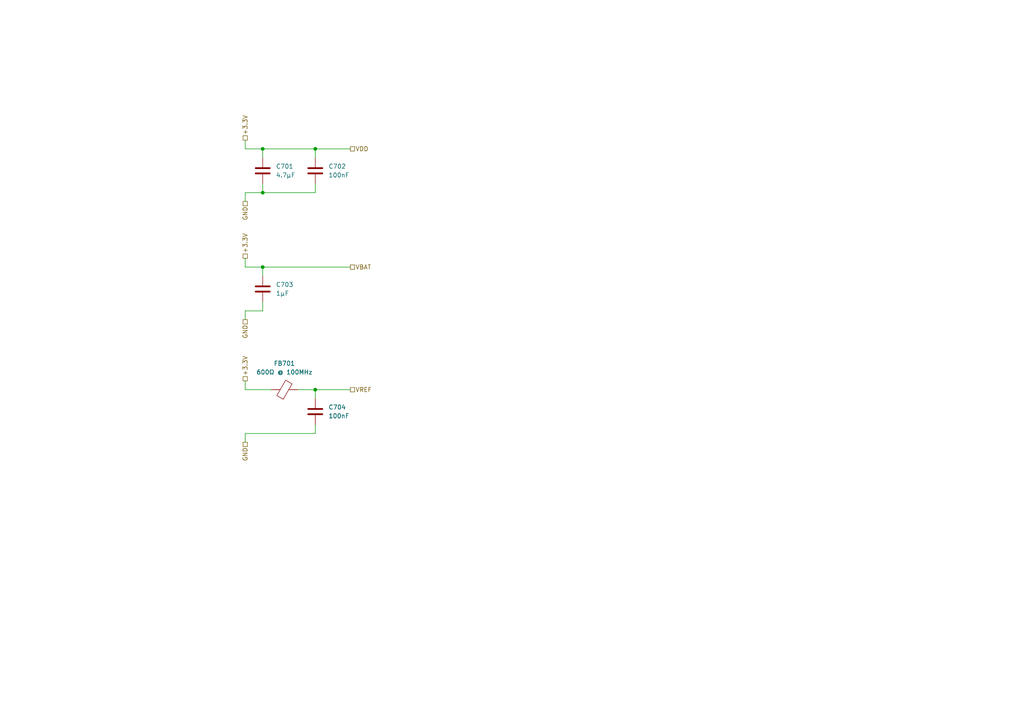
<source format=kicad_sch>
(kicad_sch (version 20231120) (generator "eeschema") (generator_version "8.0")
  (paper "A4")
  (lib_symbols
    (symbol "Device:C" (pin_numbers hide) (pin_names (offset 0.254))
      (property "Reference" "C" (at 0.635 2.54 0))
      (property "Value" "C" (at 0.635 -2.54 0))
      (symbol "C_0_1"
        (polyline (pts (xy -2.032 -0.762) (xy 2.032 -0.762)) (stroke (width 0.508)))
        (polyline (pts (xy -2.032 0.762) (xy 2.032 0.762)) (stroke (width 0.508)))
      )
      (symbol "C_1_1"
        (pin passive line (at 0 3.81 270) (length 2.794) (name "~") (number "1"))
        (pin passive line (at 0 -3.81 90) (length 2.794) (name "~") (number "2"))
      )
    )
    (symbol "Device:FerriteBead" (pin_numbers hide) (pin_names (offset 0))
      (property "Reference" "FB" (at -3.81 0.635 90))
      (property "Value" "FerriteBead" (at 3.81 0 90))
      (symbol "FerriteBead_0_1"
        (polyline (pts (xy 0 -1.27) (xy 0 -1.2192)))
        (polyline (pts (xy 0 1.27) (xy 0 1.2954)))
        (polyline (pts (xy -2.7686 0.4064) (xy -1.7018 2.2606) (xy 2.7686 -0.3048) (xy 1.6764 -2.159) (xy -2.7686 0.4064)))
      )
      (symbol "FerriteBead_1_1"
        (pin passive line (at 0 3.81 270) (length 2.54) (name "~") (number "1"))
        (pin passive line (at 0 -3.81 90) (length 2.54) (name "~") (number "2"))
      )
    )
  )
  (junction (at 76.2 55.88))
  (junction (at 91.44 113.03))
  (junction (at 76.2 77.47))
  (junction (at 76.2 43.18))
  (junction (at 91.44 43.18))
  (wire (pts (xy 76.2 55.88) (xy 71.12 55.88)))
  (wire (pts (xy 71.12 55.88) (xy 71.12 58.42)))
  (wire (pts (xy 71.12 125.73) (xy 91.44 125.73)))
  (wire (pts (xy 76.2 87.63) (xy 76.2 90.17)))
  (wire (pts (xy 76.2 77.47) (xy 101.6 77.47)))
  (wire (pts (xy 76.2 77.47) (xy 76.2 80.01)))
  (wire (pts (xy 91.44 113.03) (xy 91.44 115.57)))
  (wire (pts (xy 91.44 53.34) (xy 91.44 55.88)))
  (wire (pts (xy 71.12 90.17) (xy 71.12 92.71)))
  (wire (pts (xy 91.44 123.19) (xy 91.44 125.73)))
  (wire (pts (xy 91.44 113.03) (xy 101.6 113.03)))
  (wire (pts (xy 76.2 55.88) (xy 91.44 55.88)))
  (wire (pts (xy 101.6 43.18) (xy 91.44 43.18)))
  (wire (pts (xy 76.2 43.18) (xy 71.12 43.18)))
  (wire (pts (xy 76.2 77.47) (xy 71.12 77.47)))
  (wire (pts (xy 91.44 43.18) (xy 91.44 45.72)))
  (wire (pts (xy 71.12 110.49) (xy 71.12 113.03)))
  (wire (pts (xy 76.2 53.34) (xy 76.2 55.88)))
  (wire (pts (xy 91.44 43.18) (xy 76.2 43.18)))
  (wire (pts (xy 71.12 113.03) (xy 78.74 113.03)))
  (wire (pts (xy 76.2 90.17) (xy 71.12 90.17)))
  (wire (pts (xy 76.2 43.18) (xy 76.2 45.72)))
  (wire (pts (xy 71.12 74.93) (xy 71.12 77.47)))
  (wire (pts (xy 86.36 113.03) (xy 91.44 113.03)))
  (wire (pts (xy 71.12 40.64) (xy 71.12 43.18)))
  (wire (pts (xy 71.12 125.73) (xy 71.12 128.27)))
  (hierarchical_label "+3.3V" (shape passive) (at 71.12 40.64 90))
  (hierarchical_label "+3.3V" (shape passive) (at 71.12 110.49 90))
  (hierarchical_label "VBAT" (shape passive) (at 101.6 77.47 0))
  (hierarchical_label "VREF" (shape passive) (at 101.6 113.03 0))
  (hierarchical_label "GND" (shape passive) (at 71.12 128.27 270))
  (hierarchical_label "+3.3V" (shape passive) (at 71.12 74.93 90))
  (hierarchical_label "GND" (shape passive) (at 71.12 58.42 270))
  (hierarchical_label "GND" (shape passive) (at 71.12 92.71 270))
  (hierarchical_label "VDD" (shape passive) (at 101.6 43.18 0))
  (symbol (lib_id "Device:FerriteBead") (at 82.55 113.03 90) (unit 1)
    (property "Reference" "FB701" (at 82.4992 105.41 90))
    (property "Value" "600Ω @ 100MHz" (at 82.4992 107.95 90))
    (property "Footprint" "Inductor_SMD:L_0402_1005Metric" (effects (hide yes)))
    (property "Description" "Ferrite bead" (effects (hide yes)))
    (property "LCSC" "C560060" (effects (hide yes)))
  )
  (symbol (lib_id "Device:C") (at 91.44 119.38 0) (unit 1)
    (property "Reference" "C704" (at 95.25 118.1099 0) (effects (justify left)))
    (property "Value" "100nF" (at 95.25 120.6499 0) (effects (justify left)))
    (property "Footprint" "Capacitor_SMD:C_0402_1005Metric" (effects (hide yes)))
    (property "Description" "Unpolarized capacitor" (effects (hide yes)))
    (property "LCSC" "C307331" (effects (hide yes)))
  )
  (symbol (lib_id "Device:C") (at 76.2 49.53 0) (unit 1)
    (property "Reference" "C701" (at 80.01 48.2599 0) (effects (justify left)))
    (property "Value" "4.7μF" (at 80.01 50.7999 0) (effects (justify left)))
    (property "Footprint" "Capacitor_SMD:C_0402_1005Metric" (effects (hide yes)))
    (property "Description" "Unpolarized capacitor" (effects (hide yes)))
    (property "LCSC" "C1538" (effects (hide yes)))
  )
  (symbol (lib_id "Device:C") (at 91.44 49.53 0) (unit 1)
    (property "Reference" "C702" (at 95.25 48.2599 0) (effects (justify left)))
    (property "Value" "100nF" (at 95.25 50.7999 0) (effects (justify left)))
    (property "Footprint" "Capacitor_SMD:C_0402_1005Metric" (effects (hide yes)))
    (property "Description" "Unpolarized capacitor" (effects (hide yes)))
    (property "LCSC" "C307331" (effects (hide yes)))
  )
  (symbol (lib_id "Device:C") (at 76.2 83.82 0) (unit 1)
    (property "Reference" "C703" (at 80.01 82.5499 0) (effects (justify left)))
    (property "Value" "1μF" (at 80.01 85.0899 0) (effects (justify left)))
    (property "Footprint" "Capacitor_SMD:C_0402_1005Metric" (effects (hide yes)))
    (property "Description" "Unpolarized capacitor" (effects (hide yes)))
    (property "LCSC" "C52923" (effects (hide yes)))
  )
)
</source>
